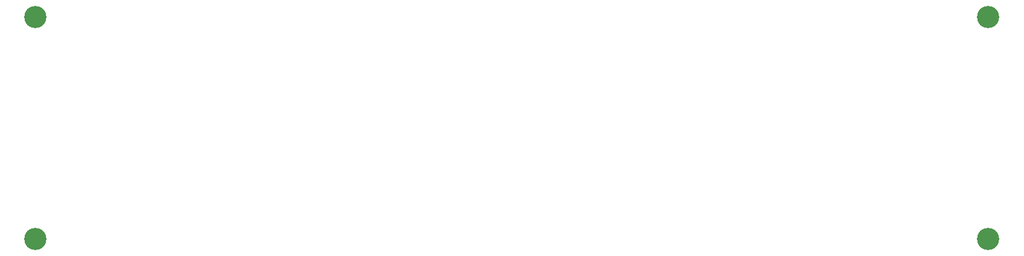
<source format=gbr>
G04 EAGLE Gerber RS-274X export*
G75*
%MOMM*%
%FSLAX34Y34*%
%LPD*%
%INSoldermask Bottom*%
%IPPOS*%
%AMOC8*
5,1,8,0,0,1.08239X$1,22.5*%
G01*
%ADD10C,3.203200*%


D10*
X40000Y40000D03*
X40000Y360000D03*
X1410000Y360000D03*
X1410000Y40000D03*
M02*

</source>
